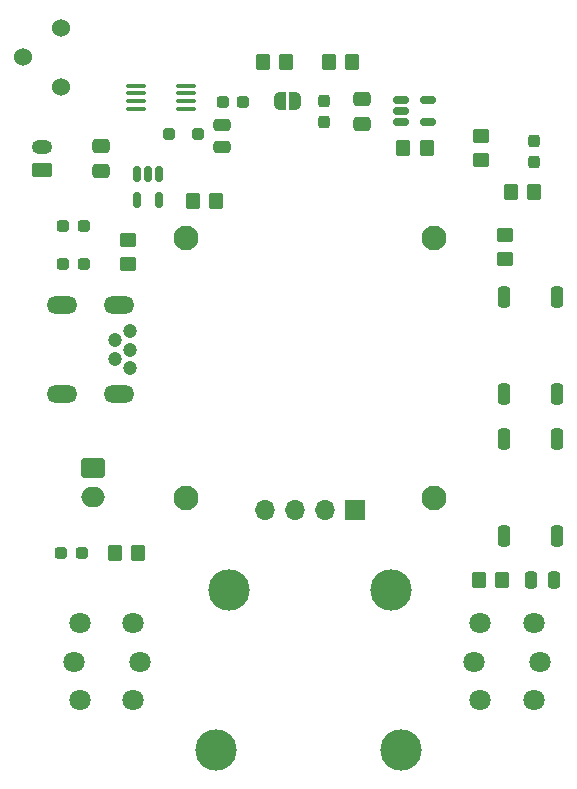
<source format=gbr>
%TF.GenerationSoftware,KiCad,Pcbnew,7.0.5*%
%TF.CreationDate,2023-08-05T14:06:43+09:00*%
%TF.ProjectId,templogger,74656d70-6c6f-4676-9765-722e6b696361,rev?*%
%TF.SameCoordinates,Original*%
%TF.FileFunction,Soldermask,Top*%
%TF.FilePolarity,Negative*%
%FSLAX46Y46*%
G04 Gerber Fmt 4.6, Leading zero omitted, Abs format (unit mm)*
G04 Created by KiCad (PCBNEW 7.0.5) date 2023-08-05 14:06:43*
%MOMM*%
%LPD*%
G01*
G04 APERTURE LIST*
G04 Aperture macros list*
%AMRoundRect*
0 Rectangle with rounded corners*
0 $1 Rounding radius*
0 $2 $3 $4 $5 $6 $7 $8 $9 X,Y pos of 4 corners*
0 Add a 4 corners polygon primitive as box body*
4,1,4,$2,$3,$4,$5,$6,$7,$8,$9,$2,$3,0*
0 Add four circle primitives for the rounded corners*
1,1,$1+$1,$2,$3*
1,1,$1+$1,$4,$5*
1,1,$1+$1,$6,$7*
1,1,$1+$1,$8,$9*
0 Add four rect primitives between the rounded corners*
20,1,$1+$1,$2,$3,$4,$5,0*
20,1,$1+$1,$4,$5,$6,$7,0*
20,1,$1+$1,$6,$7,$8,$9,0*
20,1,$1+$1,$8,$9,$2,$3,0*%
%AMFreePoly0*
4,1,19,0.500000,-0.750000,0.000000,-0.750000,0.000000,-0.744911,-0.071157,-0.744911,-0.207708,-0.704816,-0.327430,-0.627875,-0.420627,-0.520320,-0.479746,-0.390866,-0.500000,-0.250000,-0.500000,0.250000,-0.479746,0.390866,-0.420627,0.520320,-0.327430,0.627875,-0.207708,0.704816,-0.071157,0.744911,0.000000,0.744911,0.000000,0.750000,0.500000,0.750000,0.500000,-0.750000,0.500000,-0.750000,
$1*%
%AMFreePoly1*
4,1,19,0.000000,0.744911,0.071157,0.744911,0.207708,0.704816,0.327430,0.627875,0.420627,0.520320,0.479746,0.390866,0.500000,0.250000,0.500000,-0.250000,0.479746,-0.390866,0.420627,-0.520320,0.327430,-0.627875,0.207708,-0.704816,0.071157,-0.744911,0.000000,-0.744911,0.000000,-0.750000,-0.500000,-0.750000,-0.500000,0.750000,0.000000,0.750000,0.000000,0.744911,0.000000,0.744911,
$1*%
G04 Aperture macros list end*
%ADD10C,1.524000*%
%ADD11RoundRect,0.250000X0.350000X0.450000X-0.350000X0.450000X-0.350000X-0.450000X0.350000X-0.450000X0*%
%ADD12FreePoly0,0.000000*%
%ADD13FreePoly1,0.000000*%
%ADD14RoundRect,0.250000X0.475000X-0.337500X0.475000X0.337500X-0.475000X0.337500X-0.475000X-0.337500X0*%
%ADD15RoundRect,0.250000X-0.450000X0.350000X-0.450000X-0.350000X0.450000X-0.350000X0.450000X0.350000X0*%
%ADD16RoundRect,0.237500X-0.237500X0.287500X-0.237500X-0.287500X0.237500X-0.287500X0.237500X0.287500X0*%
%ADD17RoundRect,0.250000X-0.350000X-0.450000X0.350000X-0.450000X0.350000X0.450000X-0.350000X0.450000X0*%
%ADD18RoundRect,0.250000X-0.250000X0.650000X-0.250000X-0.650000X0.250000X-0.650000X0.250000X0.650000X0*%
%ADD19RoundRect,0.237500X-0.237500X0.300000X-0.237500X-0.300000X0.237500X-0.300000X0.237500X0.300000X0*%
%ADD20C,2.100000*%
%ADD21R,1.700000X1.700000*%
%ADD22O,1.700000X1.700000*%
%ADD23C,1.200000*%
%ADD24O,2.600000X1.500000*%
%ADD25RoundRect,0.150000X-0.150000X0.512500X-0.150000X-0.512500X0.150000X-0.512500X0.150000X0.512500X0*%
%ADD26RoundRect,0.237500X-0.287500X-0.237500X0.287500X-0.237500X0.287500X0.237500X-0.287500X0.237500X0*%
%ADD27C,3.500000*%
%ADD28RoundRect,0.100000X0.712500X0.100000X-0.712500X0.100000X-0.712500X-0.100000X0.712500X-0.100000X0*%
%ADD29RoundRect,0.250000X-0.250000X-0.475000X0.250000X-0.475000X0.250000X0.475000X-0.250000X0.475000X0*%
%ADD30C,1.800000*%
%ADD31RoundRect,0.250000X0.250000X0.250000X-0.250000X0.250000X-0.250000X-0.250000X0.250000X-0.250000X0*%
%ADD32RoundRect,0.250000X-0.750000X0.600000X-0.750000X-0.600000X0.750000X-0.600000X0.750000X0.600000X0*%
%ADD33O,2.000000X1.700000*%
%ADD34RoundRect,0.250000X-0.475000X0.337500X-0.475000X-0.337500X0.475000X-0.337500X0.475000X0.337500X0*%
%ADD35RoundRect,0.237500X0.287500X0.237500X-0.287500X0.237500X-0.287500X-0.237500X0.287500X-0.237500X0*%
%ADD36RoundRect,0.250000X-0.475000X0.250000X-0.475000X-0.250000X0.475000X-0.250000X0.475000X0.250000X0*%
%ADD37RoundRect,0.150000X-0.512500X-0.150000X0.512500X-0.150000X0.512500X0.150000X-0.512500X0.150000X0*%
%ADD38RoundRect,0.250000X0.625000X-0.350000X0.625000X0.350000X-0.625000X0.350000X-0.625000X-0.350000X0*%
%ADD39O,1.750000X1.200000*%
G04 APERTURE END LIST*
D10*
%TO.C,SW105*%
X90900000Y-54500000D03*
X87700000Y-57000000D03*
X90900000Y-59500000D03*
%TD*%
D11*
%TO.C,R117*%
X110000000Y-57400000D03*
X108000000Y-57400000D03*
%TD*%
D12*
%TO.C,JP101*%
X109450000Y-60700000D03*
D13*
X110750000Y-60700000D03*
%TD*%
D14*
%TO.C,C101*%
X94300000Y-66637500D03*
X94300000Y-64562500D03*
%TD*%
D15*
%TO.C,R104*%
X126500000Y-63700000D03*
X126500000Y-65700000D03*
%TD*%
D16*
%TO.C,D103*%
X131000000Y-64125000D03*
X131000000Y-65875000D03*
%TD*%
D11*
%TO.C,R107*%
X97500000Y-99000000D03*
X95500000Y-99000000D03*
%TD*%
D17*
%TO.C,R110*%
X129000000Y-68400000D03*
X131000000Y-68400000D03*
%TD*%
D18*
%TO.C,SW103*%
X128475000Y-77350000D03*
X128475000Y-85550000D03*
X132975000Y-77350000D03*
X132975000Y-85550000D03*
%TD*%
D19*
%TO.C,C103*%
X113200000Y-60737500D03*
X113200000Y-62462500D03*
%TD*%
D20*
%TO.C,U105*%
X122500000Y-94300000D03*
X122500000Y-72300000D03*
X101500000Y-94300000D03*
X101500000Y-72300000D03*
D21*
X115810000Y-95330000D03*
D22*
X113270000Y-95330000D03*
X110730000Y-95330000D03*
X108190000Y-95330000D03*
%TD*%
D17*
%TO.C,R109*%
X126300000Y-101300000D03*
X128300000Y-101300000D03*
%TD*%
D15*
%TO.C,R115*%
X96600000Y-72500000D03*
X96600000Y-74500000D03*
%TD*%
D23*
%TO.C,J103*%
X96750000Y-80160000D03*
X95550000Y-80960000D03*
X96750000Y-81760000D03*
X95550000Y-82560000D03*
X96750000Y-83360000D03*
D24*
X95850000Y-77960000D03*
X91050000Y-77960000D03*
X95850000Y-85560000D03*
X91050000Y-85560000D03*
%TD*%
D25*
%TO.C,U101*%
X99250000Y-66862500D03*
X98300000Y-66862500D03*
X97350000Y-66862500D03*
X97350000Y-69137500D03*
X99250000Y-69137500D03*
%TD*%
D26*
%TO.C,D102*%
X91125000Y-71300000D03*
X92875000Y-71300000D03*
%TD*%
D27*
%TO.C,J101*%
X104050000Y-115625000D03*
X119750000Y-115625000D03*
X118900000Y-102125000D03*
X105200000Y-102125000D03*
%TD*%
D26*
%TO.C,D101*%
X90925000Y-99000000D03*
X92675000Y-99000000D03*
%TD*%
D28*
%TO.C,Q102*%
X101512500Y-61375000D03*
X101512500Y-60725000D03*
X101512500Y-60075000D03*
X101512500Y-59425000D03*
X97287500Y-59425000D03*
X97287500Y-60075000D03*
X97287500Y-60725000D03*
X97287500Y-61375000D03*
%TD*%
D15*
%TO.C,R103*%
X128500000Y-72100000D03*
X128500000Y-74100000D03*
%TD*%
D29*
%TO.C,C108*%
X130750000Y-101300000D03*
X132650000Y-101300000D03*
%TD*%
D30*
%TO.C,SW102*%
X130950000Y-104950000D03*
X130950000Y-111450000D03*
X126450000Y-104950000D03*
X126450000Y-111450000D03*
X125900000Y-108200000D03*
X131500000Y-108200000D03*
%TD*%
D26*
%TO.C,FB101*%
X104625000Y-60800000D03*
X106375000Y-60800000D03*
%TD*%
D31*
%TO.C,D105*%
X102550000Y-63500000D03*
X100050000Y-63500000D03*
%TD*%
D32*
%TO.C,J102*%
X93625000Y-91750000D03*
D33*
X93625000Y-94250000D03*
%TD*%
D34*
%TO.C,C104*%
X116400000Y-60562500D03*
X116400000Y-62637500D03*
%TD*%
D11*
%TO.C,R106*%
X121900000Y-64700000D03*
X119900000Y-64700000D03*
%TD*%
D35*
%TO.C,D104*%
X92875000Y-74500000D03*
X91125000Y-74500000D03*
%TD*%
D36*
%TO.C,C102*%
X104600000Y-62750000D03*
X104600000Y-64650000D03*
%TD*%
D17*
%TO.C,R112*%
X102100000Y-69200000D03*
X104100000Y-69200000D03*
%TD*%
D18*
%TO.C,SW104*%
X128475000Y-89350000D03*
X128475000Y-97550000D03*
X132975000Y-89350000D03*
X132975000Y-97550000D03*
%TD*%
D37*
%TO.C,U104*%
X119725000Y-60600000D03*
X119725000Y-61550000D03*
X119725000Y-62500000D03*
X122000000Y-62500000D03*
X122000000Y-60600000D03*
%TD*%
D30*
%TO.C,SW101*%
X97050000Y-104950000D03*
X97050000Y-111450000D03*
X92550000Y-104950000D03*
X92550000Y-111450000D03*
X92000000Y-108200000D03*
X97600000Y-108200000D03*
%TD*%
D11*
%TO.C,R108*%
X115600000Y-57400000D03*
X113600000Y-57400000D03*
%TD*%
D38*
%TO.C,J104*%
X89350000Y-66600000D03*
D39*
X89350000Y-64600000D03*
%TD*%
M02*

</source>
